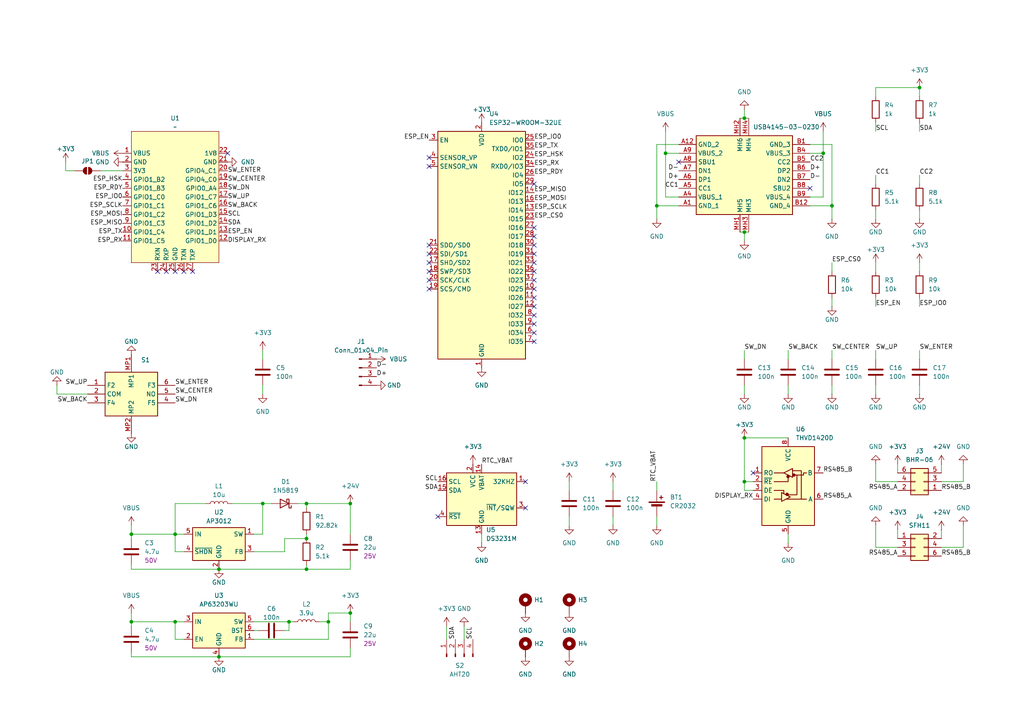
<source format=kicad_sch>
(kicad_sch (version 20231120) (generator "eeschema") (generator_version "8.0")
  (paper "A4")
  (lib_symbols
    (symbol "Connector:Conn_01x04_Pin" (pin_names (offset 1.016) hide)
      (property "Reference" "J" (at 0 5.08 0))
      (property "Value" "Conn_01x04_Pin" (at 0 -7.62 0))
      (symbol "Conn_01x04_Pin_1_1"
        (pin passive line (at 5.08 2.54 180) (length 3.81) (name "Pin_1") (number "1"))
        (pin passive line (at 5.08 0 180) (length 3.81) (name "Pin_2") (number "2"))
        (pin passive line (at 5.08 -2.54 180) (length 3.81) (name "Pin_3") (number "3"))
        (pin passive line (at 5.08 -5.08 180) (length 3.81) (name "Pin_4") (number "4"))
      )
    )
    (symbol "Connector_Generic:Conn_02x03_Odd_Even" (pin_names (offset 1.016) hide)
      (property "Reference" "J" (at 1.27 5.08 0))
      (property "Value" "Conn_02x03_Odd_Even" (at 1.27 -5.08 0))
      (symbol "Conn_02x03_Odd_Even_1_1"
        (pin passive line (at -5.08 2.54 0) (length 3.81) (name "Pin_1") (number "1"))
        (pin passive line (at 7.62 2.54 180) (length 3.81) (name "Pin_2") (number "2"))
        (pin passive line (at -5.08 0 0) (length 3.81) (name "Pin_3") (number "3"))
        (pin passive line (at 7.62 0 180) (length 3.81) (name "Pin_4") (number "4"))
        (pin passive line (at -5.08 -2.54 0) (length 3.81) (name "Pin_5") (number "5"))
        (pin passive line (at 7.62 -2.54 180) (length 3.81) (name "Pin_6") (number "6"))
      )
    )
    (symbol "Device:Battery_Cell" (pin_numbers hide) (pin_names (offset 0) hide)
      (property "Reference" "BT" (at 2.54 2.54 0))
      (property "Value" "Battery_Cell" (at 2.54 0 0))
      (symbol "Battery_Cell_1_1"
        (pin passive line (at 0 5.08 270) (length 2.54) (name "+") (number "1"))
        (pin passive line (at 0 -2.54 90) (length 2.54) (name "-") (number "2"))
      )
    )
    (symbol "Device:C" (pin_numbers hide) (pin_names (offset 0.254))
      (property "Reference" "C" (at 0.635 2.54 0))
      (property "Value" "C" (at 0.635 -2.54 0))
      (symbol "C_1_1"
        (pin passive line (at 0 3.81 270) (length 2.794) (name "~") (number "1"))
        (pin passive line (at 0 -3.81 90) (length 2.794) (name "~") (number "2"))
      )
    )
    (symbol "Device:L" (pin_numbers hide) (pin_names (offset 1.016) hide)
      (property "Reference" "L" (at -1.27 0 90))
      (property "Value" "L" (at 1.905 0 90))
      (symbol "L_1_1"
        (pin passive line (at 0 3.81 270) (length 1.27) (name "1") (number "1"))
        (pin passive line (at 0 -3.81 90) (length 1.27) (name "2") (number "2"))
      )
    )
    (symbol "Device:R" (pin_numbers hide) (pin_names (offset 0))
      (property "Reference" "R" (at 2.032 0 90))
      (property "Value" "R" (at 0 0 90))
      (symbol "R_1_1"
        (pin passive line (at 0 3.81 270) (length 1.27) (name "~") (number "1"))
        (pin passive line (at 0 -3.81 90) (length 1.27) (name "~") (number "2"))
      )
    )
    (symbol "Diode:1N5819" (pin_numbers hide) (pin_names (offset 1.016) hide)
      (property "Reference" "D" (at 0 2.54 0))
      (property "Value" "1N5819" (at 0 -2.54 0))
      (symbol "1N5819_1_1"
        (pin passive line (at -3.81 0 0) (length 2.54) (name "K") (number "1"))
        (pin passive line (at 3.81 0 180) (length 2.54) (name "A") (number "2"))
      )
    )
    (symbol "Interface_UART:THVD1420D"
      (property "Reference" "U" (at -6.096 11.43 0))
      (property "Value" "THVD1420D" (at 0.762 11.43 0))
      (symbol "THVD1420D_1_1"
        (pin output line (at -10.16 2.54 0) (length 2.54) (name "RO") (number "1"))
        (pin input line (at -10.16 0 0) (length 2.54) (name "~{RE}") (number "2"))
        (pin input line (at -10.16 -2.54 0) (length 2.54) (name "DE") (number "3"))
        (pin input line (at -10.16 -5.08 0) (length 2.54) (name "DI") (number "4"))
        (pin power_in line (at 0 -15.24 90) (length 2.54) (name "GND") (number "5"))
        (pin bidirectional line (at 10.16 -5.08 180) (length 2.54) (name "A") (number "6"))
        (pin bidirectional line (at 10.16 2.54 180) (length 2.54) (name "B") (number "7"))
        (pin power_in line (at 0 12.7 270) (length 2.54) (name "VCC") (number "8"))
      )
    )
    (symbol "Jumper:SolderJumper_2_Open" (pin_numbers hide) (pin_names (offset 0) hide) (exclude_from_sim yes) (in_bom no)
      (property "Reference" "JP" (at 0 2.032 0))
      (property "Value" "SolderJumper_2_Open" (at 0 -2.54 0))
      (symbol "SolderJumper_2_Open_1_1"
        (pin passive line (at -3.81 0 0) (length 2.54) (name "A") (number "1"))
        (pin passive line (at 3.81 0 180) (length 2.54) (name "B") (number "2"))
      )
    )
    (symbol "Luckfox:Pico_Mini"
      (property "Reference" "U" (at 0 25.146 0))
      (symbol "Pico_Mini_1_1"
        (pin output line (at -15.24 12.7 0) (length 2.54) (name "VBUS") (number "1"))
        (pin bidirectional line (at -15.24 -10.16 0) (length 2.54) (name "GPIO1_C4") (number "10"))
        (pin bidirectional line (at -15.24 -12.7 0) (length 2.54) (name "GPIO1_C5") (number "11"))
        (pin bidirectional line (at 15.24 -12.7 180) (length 2.54) (name "GPIO1_D0") (number "12"))
        (pin bidirectional line (at 15.24 -10.16 180) (length 2.54) (name "GPIO1_D1") (number "13"))
        (pin bidirectional line (at 15.24 -7.62 180) (length 2.54) (name "GPIO1_D2") (number "14"))
        (pin bidirectional line (at 15.24 -5.08 180) (length 2.54) (name "GPIO1_D3") (number "15"))
        (pin bidirectional line (at 15.24 -2.54 180) (length 2.54) (name "GPIO1_C6") (number "16"))
        (pin bidirectional line (at 15.24 0 180) (length 2.54) (name "GPIO1_C7") (number "17"))
        (pin bidirectional line (at 15.24 2.54 180) (length 2.54) (name "GPIO0_A4") (number "18"))
        (pin bidirectional line (at 15.24 5.08 180) (length 2.54) (name "GPIO4_C0") (number "19"))
        (pin output line (at -15.24 10.16 0) (length 2.54) (name "GND") (number "2"))
        (pin bidirectional line (at 15.24 7.62 180) (length 2.54) (name "GPIO4_C1") (number "20"))
        (pin output line (at 15.24 10.16 180) (length 2.54) (name "GND") (number "21"))
        (pin output line (at 15.24 12.7 180) (length 2.54) (name "1V8") (number "22"))
        (pin output line (at -5.08 -21.59 90) (length 2.54) (name "RXN") (number "23"))
        (pin output line (at -2.54 -21.59 90) (length 2.54) (name "RXP") (number "24"))
        (pin output line (at 0 -21.59 90) (length 2.54) (name "GND") (number "25"))
        (pin output line (at 2.54 -21.59 90) (length 2.54) (name "TXN") (number "26"))
        (pin output line (at 5.08 -21.59 90) (length 2.54) (name "TXP") (number "27"))
        (pin output line (at -15.24 7.62 0) (length 2.54) (name "3V3") (number "3"))
        (pin bidirectional line (at -15.24 5.08 0) (length 2.54) (name "GPIO1_B2") (number "4"))
        (pin bidirectional line (at -15.24 2.54 0) (length 2.54) (name "GPIO1_B3") (number "5"))
        (pin bidirectional line (at -15.24 0 0) (length 2.54) (name "GPIO1_C0") (number "6"))
        (pin bidirectional line (at -15.24 -2.54 0) (length 2.54) (name "GPIO1_C1") (number "7"))
        (pin bidirectional line (at -15.24 -5.08 0) (length 2.54) (name "GPIO1_C2") (number "8"))
        (pin bidirectional line (at -15.24 -7.62 0) (length 2.54) (name "GPIO1_C3") (number "9"))
      )
    )
    (symbol "Mechanical:MountingHole_Pad" (pin_numbers hide) (pin_names (offset 1.016) hide)
      (property "Reference" "H" (at 0 6.35 0))
      (property "Value" "MountingHole_Pad" (at 0 4.445 0))
      (symbol "MountingHole_Pad_1_1"
        (pin input line (at 0 -2.54 90) (length 2.54) (name "1") (number "1"))
      )
    )
    (symbol "Nav Switch:TS12-74-60-BK-250-SMT-TR"
      (property "Reference" "S" (at 8.89 17.78 0))
      (property "Value" "TS12-74-70-BK-250-SMT-TR" (at 8.89 15.24 0))
      (symbol "TS12-74-60-BK-250-SMT-TR_1_1"
        (pin passive line (at -12.7 2.54 0) (length 5.08) (name "F2") (number "1"))
        (pin passive line (at -12.7 0 0) (length 5.08) (name "COM") (number "2"))
        (pin passive line (at -12.7 -2.54 0) (length 5.08) (name "F4") (number "3"))
        (pin passive line (at 12.7 -2.54 180) (length 5.08) (name "F5") (number "4"))
        (pin passive line (at 12.7 0 180) (length 5.08) (name "NO") (number "5"))
        (pin passive line (at 12.7 2.54 180) (length 5.08) (name "F3") (number "6"))
        (pin passive line (at 0 11.43 270) (length 5.08) (name "MP1") (number "MP1"))
        (pin passive line (at 0 -11.43 90) (length 5.08) (name "MP2") (number "MP2"))
      )
    )
    (symbol "RF_Module:ESP32-WROOM-32U"
      (property "Reference" "U" (at -12.7 34.29 0))
      (property "Value" "ESP32-WROOM-32U" (at 1.27 34.29 0))
      (symbol "ESP32-WROOM-32U_1_1"
        (pin power_in line (at 0 -35.56 90) (length 2.54) (name "GND") (number "1"))
        (pin bidirectional line (at 15.24 -12.7 180) (length 2.54) (name "IO25") (number "10"))
        (pin bidirectional line (at 15.24 -15.24 180) (length 2.54) (name "IO26") (number "11"))
        (pin bidirectional line (at 15.24 -17.78 180) (length 2.54) (name "IO27") (number "12"))
        (pin bidirectional line (at 15.24 10.16 180) (length 2.54) (name "IO14") (number "13"))
        (pin bidirectional line (at 15.24 15.24 180) (length 2.54) (name "IO12") (number "14"))
        (pin passive line (at 0 -35.56 90) (length 2.54) hide (name "GND") (number "15"))
        (pin bidirectional line (at 15.24 12.7 180) (length 2.54) (name "IO13") (number "16"))
        (pin bidirectional line (at -15.24 -5.08 0) (length 2.54) (name "SHD/SD2") (number "17"))
        (pin bidirectional line (at -15.24 -7.62 0) (length 2.54) (name "SWP/SD3") (number "18"))
        (pin bidirectional line (at -15.24 -12.7 0) (length 2.54) (name "SCS/CMD") (number "19"))
        (pin power_in line (at 0 35.56 270) (length 2.54) (name "VDD") (number "2"))
        (pin bidirectional line (at -15.24 -10.16 0) (length 2.54) (name "SCK/CLK") (number "20"))
        (pin bidirectional line (at -15.24 0 0) (length 2.54) (name "SDO/SD0") (number "21"))
        (pin bidirectional line (at -15.24 -2.54 0) (length 2.54) (name "SDI/SD1") (number "22"))
        (pin bidirectional line (at 15.24 7.62 180) (length 2.54) (name "IO15") (number "23"))
        (pin bidirectional line (at 15.24 25.4 180) (length 2.54) (name "IO2") (number "24"))
        (pin bidirectional line (at 15.24 30.48 180) (length 2.54) (name "IO0") (number "25"))
        (pin bidirectional line (at 15.24 20.32 180) (length 2.54) (name "IO4") (number "26"))
        (pin bidirectional line (at 15.24 5.08 180) (length 2.54) (name "IO16") (number "27"))
        (pin bidirectional line (at 15.24 2.54 180) (length 2.54) (name "IO17") (number "28"))
        (pin bidirectional line (at 15.24 17.78 180) (length 2.54) (name "IO5") (number "29"))
        (pin input line (at -15.24 30.48 0) (length 2.54) (name "EN") (number "3"))
        (pin bidirectional line (at 15.24 0 180) (length 2.54) (name "IO18") (number "30"))
        (pin bidirectional line (at 15.24 -2.54 180) (length 2.54) (name "IO19") (number "31"))
        (pin no_connect line (at -12.7 -27.94 0) (length 2.54) hide (name "NC") (number "32"))
        (pin bidirectional line (at 15.24 -5.08 180) (length 2.54) (name "IO21") (number "33"))
        (pin bidirectional line (at 15.24 22.86 180) (length 2.54) (name "RXD0/IO3") (number "34"))
        (pin bidirectional line (at 15.24 27.94 180) (length 2.54) (name "TXD0/IO1") (number "35"))
        (pin bidirectional line (at 15.24 -7.62 180) (length 2.54) (name "IO22") (number "36"))
        (pin bidirectional line (at 15.24 -10.16 180) (length 2.54) (name "IO23") (number "37"))
        (pin passive line (at 0 -35.56 90) (length 2.54) hide (name "GND") (number "38"))
        (pin passive line (at 0 -35.56 90) (length 2.54) hide (name "GND") (number "39"))
        (pin input line (at -15.24 25.4 0) (length 2.54) (name "SENSOR_VP") (number "4"))
        (pin input line (at -15.24 22.86 0) (length 2.54) (name "SENSOR_VN") (number "5"))
        (pin input line (at 15.24 -25.4 180) (length 2.54) (name "IO34") (number "6"))
        (pin input line (at 15.24 -27.94 180) (length 2.54) (name "IO35") (number "7"))
        (pin bidirectional line (at 15.24 -20.32 180) (length 2.54) (name "IO32") (number "8"))
        (pin bidirectional line (at 15.24 -22.86 180) (length 2.54) (name "IO33") (number "9"))
      )
    )
    (symbol "Regulator_Switching:AP3012"
      (property "Reference" "U" (at -7.62 5.715 0))
      (property "Value" "AP3012" (at 0 5.715 0))
      (symbol "AP3012_1_1"
        (pin passive line (at 10.16 2.54 180) (length 2.54) (name "SW") (number "1"))
        (pin power_in line (at 0 -7.62 90) (length 2.54) (name "GND") (number "2"))
        (pin input line (at 10.16 -2.54 180) (length 2.54) (name "FB") (number "3"))
        (pin input line (at -10.16 -2.54 0) (length 2.54) (name "~{SHDN}") (number "4"))
        (pin power_in line (at -10.16 2.54 0) (length 2.54) (name "IN") (number "5"))
      )
    )
    (symbol "Regulator_Switching:AP63203WU"
      (property "Reference" "U" (at -7.62 6.35 0))
      (property "Value" "AP63203WU" (at 2.54 6.35 0))
      (symbol "AP63203WU_1_1"
        (pin input line (at 10.16 -2.54 180) (length 2.54) (name "FB") (number "1"))
        (pin input line (at -10.16 -2.54 0) (length 2.54) (name "EN") (number "2"))
        (pin power_in line (at -10.16 2.54 0) (length 2.54) (name "IN") (number "3"))
        (pin power_in line (at 0 -7.62 90) (length 2.54) (name "GND") (number "4"))
        (pin output line (at 10.16 2.54 180) (length 2.54) (name "SW") (number "5"))
        (pin passive line (at 10.16 0 180) (length 2.54) (name "BST") (number "6"))
      )
    )
    (symbol "Timer_RTC:DS3231M"
      (property "Reference" "U" (at -7.62 8.89 0))
      (property "Value" "DS3231M" (at 10.16 8.89 0))
      (symbol "DS3231M_1_1"
        (pin open_collector line (at 12.7 5.08 180) (length 2.54) (name "32KHZ") (number "1"))
        (pin passive line (at 0 -10.16 90) (length 2.54) hide (name "GND") (number "10"))
        (pin passive line (at 0 -10.16 90) (length 2.54) hide (name "GND") (number "11"))
        (pin passive line (at 0 -10.16 90) (length 2.54) hide (name "GND") (number "12"))
        (pin power_in line (at 0 -10.16 90) (length 2.54) (name "GND") (number "13"))
        (pin power_in line (at 0 10.16 270) (length 2.54) (name "VBAT") (number "14"))
        (pin bidirectional line (at -12.7 2.54 0) (length 2.54) (name "SDA") (number "15"))
        (pin input line (at -12.7 5.08 0) (length 2.54) (name "SCL") (number "16"))
        (pin power_in line (at -2.54 10.16 270) (length 2.54) (name "VCC") (number "2"))
        (pin open_collector line (at 12.7 -2.54 180) (length 2.54) (name "~{INT}/SQW") (number "3"))
        (pin bidirectional line (at -12.7 -5.08 0) (length 2.54) (name "~{RST}") (number "4"))
        (pin passive line (at 0 -10.16 90) (length 2.54) hide (name "GND") (number "5"))
        (pin passive line (at 0 -10.16 90) (length 2.54) hide (name "GND") (number "6"))
        (pin passive line (at 0 -10.16 90) (length 2.54) hide (name "GND") (number "7"))
        (pin passive line (at 0 -10.16 90) (length 2.54) hide (name "GND") (number "8"))
        (pin passive line (at 0 -10.16 90) (length 2.54) hide (name "GND") (number "9"))
      )
    )
    (symbol "USB_4145:USB4145-03-0230-C"
      (property "Reference" "J" (at 29.21 17.78 0))
      (property "Value" "USB4145-03-0230-C" (at 29.21 15.24 0))
      (symbol "USB4145-03-0230-C_1_1"
        (pin passive line (at 7.62 17.78 270) (length 5.08) (name "GND_1") (number "A1"))
        (pin passive line (at 25.4 17.78 270) (length 5.08) (name "GND_2") (number "A12"))
        (pin passive line (at 10.16 17.78 270) (length 5.08) (name "VBUS_1") (number "A4"))
        (pin passive line (at 12.7 17.78 270) (length 5.08) (name "CC1") (number "A5"))
        (pin passive line (at 15.24 17.78 270) (length 5.08) (name "DP1") (number "A6"))
        (pin passive line (at 17.78 17.78 270) (length 5.08) (name "DN1") (number "A7"))
        (pin passive line (at 20.32 17.78 270) (length 5.08) (name "SBU1") (number "A8"))
        (pin passive line (at 22.86 17.78 270) (length 5.08) (name "VBUS_2") (number "A9"))
        (pin passive line (at 25.4 -20.32 90) (length 5.08) (name "GND_3") (number "B1"))
        (pin passive line (at 7.62 -20.32 90) (length 5.08) (name "GND_4") (number "B12"))
        (pin passive line (at 22.86 -20.32 90) (length 5.08) (name "VBUS_3") (number "B4"))
        (pin passive line (at 20.32 -20.32 90) (length 5.08) (name "CC2") (number "B5"))
        (pin passive line (at 17.78 -20.32 90) (length 5.08) (name "DP2") (number "B6"))
        (pin passive line (at 15.24 -20.32 90) (length 5.08) (name "DN2") (number "B7"))
        (pin passive line (at 12.7 -20.32 90) (length 5.08) (name "SBU2") (number "B8"))
        (pin passive line (at 10.16 -20.32 90) (length 5.08) (name "VBUS_4") (number "B9"))
        (pin passive line (at 0 0 0) (length 5.08) (name "MH5") (number "MH1"))
        (pin passive line (at 33.02 0 180) (length 5.08) (name "MH6") (number "MH2"))
        (pin passive line (at 0 -2.54 0) (length 5.08) (name "MH3") (number "MH3"))
        (pin passive line (at 33.02 -2.54 180) (length 5.08) (name "MH4") (number "MH4"))
      )
    )
    (symbol "power:+24V" (power) (pin_numbers hide) (pin_names (offset 0) hide)
      (property "Value" "+24V" (at 0 3.556 0))
      (symbol "+24V_1_1"
        (pin power_in line (at 0 0 90) (length 0) (name "~") (number "1"))
      )
    )
    (symbol "power:+3V3" (power) (pin_names (offset 0))
      (property "Value" "+3V3" (at 0 3.556 0))
      (symbol "+3V3_1_1"
        (pin power_in line (at 0 0 90) (length 0) hide (name "+3V3") (number "1"))
      )
    )
    (symbol "power:GND" (power) (pin_numbers hide) (pin_names (offset 0) hide)
      (property "Value" "GND" (at 0 -3.81 0))
      (symbol "GND_1_1"
        (pin power_in line (at 0 0 270) (length 0) (name "~") (number "1"))
      )
    )
    (symbol "power:VBUS" (power) (pin_names (offset 0))
      (property "Value" "VBUS" (at 0 3.81 0))
      (symbol "VBUS_1_1"
        (pin power_in line (at 0 0 90) (length 0) hide (name "VBUS") (number "1"))
      )
    )
  )
  (junction (at 88.9 156.21))
  (junction (at 38.1 154.94))
  (junction (at 63.5 165.1))
  (junction (at 215.9 127))
  (junction (at 88.9 146.05))
  (junction (at 215.9 67.31))
  (junction (at 63.5 190.5))
  (junction (at 76.2 146.05))
  (junction (at 83.82 180.34))
  (junction (at 50.8 180.34))
  (junction (at 238.76 44.45))
  (junction (at 101.6 177.8))
  (junction (at 193.04 44.45))
  (junction (at 38.1 180.34))
  (junction (at 101.6 146.05))
  (junction (at 50.8 154.94))
  (junction (at 190.5 59.69))
  (junction (at 95.25 180.34))
  (junction (at 215.9 34.29))
  (junction (at 266.7 25.4))
  (junction (at 241.3 59.69))
  (junction (at 215.9 139.7))
  (junction (at 88.9 165.1))
  (no_connect (at 234.95 54.61))
  (no_connect (at 154.94 86.36))
  (no_connect (at 154.94 71.12))
  (no_connect (at 154.94 66.04))
  (no_connect (at 45.72 78.74))
  (no_connect (at 154.94 81.28))
  (no_connect (at 127 149.86))
  (no_connect (at 124.46 78.74))
  (no_connect (at 50.8 78.74))
  (no_connect (at 154.94 96.52))
  (no_connect (at 152.4 147.32))
  (no_connect (at 154.94 53.34))
  (no_connect (at 124.46 45.72))
  (no_connect (at 55.88 78.74))
  (no_connect (at 53.34 78.74))
  (no_connect (at 152.4 139.7))
  (no_connect (at 124.46 81.28))
  (no_connect (at 154.94 88.9))
  (no_connect (at 154.94 68.58))
  (no_connect (at 154.94 91.44))
  (no_connect (at 154.94 83.82))
  (no_connect (at 124.46 71.12))
  (no_connect (at 124.46 83.82))
  (no_connect (at 218.44 137.16))
  (no_connect (at 124.46 48.26))
  (no_connect (at 124.46 76.2))
  (no_connect (at 154.94 73.66))
  (no_connect (at 154.94 78.74))
  (no_connect (at 196.85 46.99))
  (no_connect (at 154.94 99.06))
  (no_connect (at 154.94 76.2))
  (no_connect (at 48.26 78.74))
  (no_connect (at 66.04 44.45))
  (no_connect (at 154.94 93.98))
  (no_connect (at 124.46 73.66))
  (wire (pts (xy 190.5 152.4) (xy 190.5 149.86)))
  (wire (pts (xy 254 139.7) (xy 260.35 139.7)))
  (wire (pts (xy 95.25 177.8) (xy 101.6 177.8)))
  (wire (pts (xy 38.1 163.83) (xy 38.1 165.1)))
  (wire (pts (xy 88.9 146.05) (xy 88.9 147.32)))
  (wire (pts (xy 266.7 78.74) (xy 266.7 76.2)))
  (wire (pts (xy 177.8 139.7) (xy 177.8 142.24)))
  (wire (pts (xy 215.9 67.31) (xy 215.9 69.85)))
  (wire (pts (xy 101.6 165.1) (xy 101.6 162.56)))
  (wire (pts (xy 73.66 160.02) (xy 82.55 160.02)))
  (wire (pts (xy 254 134.62) (xy 254 139.7)))
  (wire (pts (xy 165.1 139.7) (xy 165.1 142.24)))
  (wire (pts (xy 254 101.6) (xy 254 104.14)))
  (wire (pts (xy 38.1 156.21) (xy 38.1 154.94)))
  (wire (pts (xy 88.9 163.83) (xy 88.9 165.1)))
  (wire (pts (xy 19.05 49.53) (xy 21.59 49.53)))
  (wire (pts (xy 260.35 153.67) (xy 260.35 156.21)))
  (wire (pts (xy 254 50.8) (xy 254 53.34)))
  (wire (pts (xy 38.1 180.34) (xy 50.8 180.34)))
  (wire (pts (xy 254 86.36) (xy 254 88.9)))
  (wire (pts (xy 101.6 146.05) (xy 101.6 154.94)))
  (wire (pts (xy 266.7 101.6) (xy 266.7 104.14)))
  (wire (pts (xy 193.04 44.45) (xy 196.85 44.45)))
  (wire (pts (xy 215.9 139.7) (xy 215.9 127)))
  (wire (pts (xy 279.4 152.4) (xy 279.4 158.75)))
  (wire (pts (xy 139.7 154.94) (xy 139.7 157.48)))
  (wire (pts (xy 95.25 180.34) (xy 95.25 185.42)))
  (wire (pts (xy 193.04 44.45) (xy 193.04 57.15)))
  (wire (pts (xy 215.9 142.24) (xy 218.44 142.24)))
  (wire (pts (xy 50.8 160.02) (xy 53.34 160.02)))
  (wire (pts (xy 165.1 152.4) (xy 165.1 149.86)))
  (wire (pts (xy 241.3 114.3) (xy 241.3 111.76)))
  (wire (pts (xy 50.8 180.34) (xy 50.8 185.42)))
  (wire (pts (xy 190.5 139.7) (xy 190.5 142.24)))
  (wire (pts (xy 83.82 182.88) (xy 82.55 182.88)))
  (wire (pts (xy 38.1 154.94) (xy 50.8 154.94)))
  (wire (pts (xy 215.9 127) (xy 228.6 127)))
  (wire (pts (xy 50.8 154.94) (xy 50.8 146.05)))
  (wire (pts (xy 254 25.4) (xy 266.7 25.4)))
  (wire (pts (xy 254 38.1) (xy 254 35.56)))
  (wire (pts (xy 38.1 181.61) (xy 38.1 180.34)))
  (wire (pts (xy 83.82 180.34) (xy 85.09 180.34)))
  (wire (pts (xy 95.25 185.42) (xy 73.66 185.42)))
  (wire (pts (xy 73.66 182.88) (xy 74.93 182.88)))
  (wire (pts (xy 38.1 152.4) (xy 38.1 154.94)))
  (wire (pts (xy 83.82 180.34) (xy 83.82 182.88)))
  (wire (pts (xy 215.9 67.31) (xy 217.17 67.31)))
  (wire (pts (xy 38.1 165.1) (xy 63.5 165.1)))
  (wire (pts (xy 190.5 63.5) (xy 190.5 59.69)))
  (wire (pts (xy 76.2 114.3) (xy 76.2 111.76)))
  (wire (pts (xy 67.31 146.05) (xy 76.2 146.05)))
  (wire (pts (xy 254 78.74) (xy 254 76.2)))
  (wire (pts (xy 266.7 86.36) (xy 266.7 88.9)))
  (wire (pts (xy 241.3 78.74) (xy 241.3 76.2)))
  (wire (pts (xy 238.76 38.1) (xy 238.76 44.45)))
  (wire (pts (xy 88.9 146.05) (xy 101.6 146.05)))
  (wire (pts (xy 193.04 57.15) (xy 196.85 57.15)))
  (wire (pts (xy 228.6 114.3) (xy 228.6 111.76)))
  (wire (pts (xy 260.35 134.62) (xy 260.35 137.16)))
  (wire (pts (xy 50.8 185.42) (xy 53.34 185.42)))
  (wire (pts (xy 73.66 180.34) (xy 83.82 180.34)))
  (wire (pts (xy 279.4 139.7) (xy 273.05 139.7)))
  (wire (pts (xy 241.3 86.36) (xy 241.3 88.9)))
  (wire (pts (xy 279.4 134.62) (xy 279.4 139.7)))
  (wire (pts (xy 29.21 49.53) (xy 35.56 49.53)))
  (wire (pts (xy 228.6 154.94) (xy 228.6 157.48)))
  (wire (pts (xy 19.05 46.99) (xy 19.05 49.53)))
  (wire (pts (xy 254 60.96) (xy 254 63.5)))
  (wire (pts (xy 238.76 44.45) (xy 238.76 57.15)))
  (wire (pts (xy 241.3 63.5) (xy 241.3 59.69)))
  (wire (pts (xy 193.04 38.1) (xy 193.04 44.45)))
  (wire (pts (xy 50.8 146.05) (xy 59.69 146.05)))
  (wire (pts (xy 88.9 165.1) (xy 101.6 165.1)))
  (wire (pts (xy 38.1 189.23) (xy 38.1 190.5)))
  (wire (pts (xy 92.71 180.34) (xy 95.25 180.34)))
  (wire (pts (xy 273.05 137.16) (xy 273.05 134.62)))
  (wire (pts (xy 16.51 114.3) (xy 25.4 114.3)))
  (wire (pts (xy 254 152.4) (xy 254 158.75)))
  (wire (pts (xy 95.25 177.8) (xy 95.25 180.34)))
  (wire (pts (xy 190.5 59.69) (xy 196.85 59.69)))
  (wire (pts (xy 266.7 25.4) (xy 266.7 27.94)))
  (wire (pts (xy 241.3 101.6) (xy 241.3 104.14)))
  (wire (pts (xy 86.36 146.05) (xy 88.9 146.05)))
  (wire (pts (xy 241.3 59.69) (xy 234.95 59.69)))
  (wire (pts (xy 82.55 156.21) (xy 88.9 156.21)))
  (wire (pts (xy 266.7 114.3) (xy 266.7 111.76)))
  (wire (pts (xy 63.5 165.1) (xy 88.9 165.1)))
  (wire (pts (xy 190.5 59.69) (xy 190.5 41.91)))
  (wire (pts (xy 76.2 154.94) (xy 76.2 146.05)))
  (wire (pts (xy 177.8 152.4) (xy 177.8 149.86)))
  (wire (pts (xy 241.3 41.91) (xy 234.95 41.91)))
  (wire (pts (xy 101.6 177.8) (xy 101.6 180.34)))
  (wire (pts (xy 254 158.75) (xy 260.35 158.75)))
  (wire (pts (xy 215.9 142.24) (xy 215.9 139.7)))
  (wire (pts (xy 63.5 190.5) (xy 101.6 190.5)))
  (wire (pts (xy 254 114.3) (xy 254 111.76)))
  (wire (pts (xy 76.2 104.14) (xy 76.2 101.6)))
  (wire (pts (xy 273.05 156.21) (xy 273.05 153.67)))
  (wire (pts (xy 254 25.4) (xy 254 27.94)))
  (wire (pts (xy 266.7 60.96) (xy 266.7 63.5)))
  (wire (pts (xy 279.4 158.75) (xy 273.05 158.75)))
  (wire (pts (xy 88.9 154.94) (xy 88.9 156.21)))
  (wire (pts (xy 38.1 177.8) (xy 38.1 180.34)))
  (wire (pts (xy 238.76 57.15) (xy 234.95 57.15)))
  (wire (pts (xy 214.63 67.31) (xy 215.9 67.31)))
  (wire (pts (xy 101.6 187.96) (xy 101.6 190.5)))
  (wire (pts (xy 50.8 180.34) (xy 53.34 180.34)))
  (wire (pts (xy 82.55 160.02) (xy 82.55 156.21)))
  (wire (pts (xy 50.8 154.94) (xy 53.34 154.94)))
  (wire (pts (xy 16.51 111.76) (xy 16.51 114.3)))
  (wire (pts (xy 73.66 154.94) (xy 76.2 154.94)))
  (wire (pts (xy 38.1 190.5) (xy 63.5 190.5)))
  (wire (pts (xy 76.2 146.05) (xy 78.74 146.05)))
  (wire (pts (xy 215.9 139.7) (xy 218.44 139.7)))
  (wire (pts (xy 129.54 181.61) (xy 129.54 185.42)))
  (wire (pts (xy 215.9 34.29) (xy 217.17 34.29)))
  (wire (pts (xy 228.6 101.6) (xy 228.6 104.14)))
  (wire (pts (xy 50.8 154.94) (xy 50.8 160.02)))
  (wire (pts (xy 134.62 181.61) (xy 134.62 185.42)))
  (wire (pts (xy 241.3 59.69) (xy 241.3 41.91)))
  (wire (pts (xy 215.9 114.3) (xy 215.9 111.76)))
  (wire (pts (xy 215.9 101.6) (xy 215.9 104.14)))
  (wire (pts (xy 266.7 50.8) (xy 266.7 53.34)))
  (wire (pts (xy 238.76 44.45) (xy 234.95 44.45)))
  (wire (pts (xy 215.9 31.75) (xy 215.9 34.29)))
  (wire (pts (xy 214.63 34.29) (xy 215.9 34.29)))
  (wire (pts (xy 266.7 38.1) (xy 266.7 35.56)))
  (wire (pts (xy 190.5 41.91) (xy 196.85 41.91)))
  (label "ESP_MISO" (at 154.94 55.88 0))
  (label "ESP_HSK" (at 35.56 52.07 180))
  (label "SW_UP" (at 66.04 57.15 0))
  (label "ESP_TX" (at 154.94 43.18 0))
  (label "ESP_CS0" (at 154.94 63.5 0))
  (label "SDA" (at 132.08 185.42 90))
  (label "SW_BACK" (at 25.4 116.84 180))
  (label "ESP_IO0" (at 154.94 40.64 0))
  (label "D+" (at 109.22 109.22 0))
  (label "D-" (at 234.95 52.07 0))
  (label "SW_DN" (at 66.04 54.61 0))
  (label "ESP_MOSI" (at 154.94 58.42 0))
  (label "CC1" (at 254 50.8 0))
  (label "ESP_EN" (at 254 88.9 0))
  (label "ESP_HSK" (at 154.94 45.72 0))
  (label "ESP_RX" (at 35.56 69.85 180))
  (label "ESP_RX" (at 154.94 48.26 0))
  (label "SCL" (at 137.16 185.42 90))
  (label "SW_DN" (at 215.9 101.6 0))
  (label "ESP_SCLK" (at 154.94 60.96 0))
  (label "CC2" (at 234.95 46.99 0))
  (label "SW_BACK" (at 66.04 59.69 0))
  (label "ESP_IO0" (at 35.56 57.15 180))
  (label "RS485_A" (at 238.76 144.78 0))
  (label "D-" (at 196.85 49.53 180))
  (label "SDA" (at 266.7 38.1 0))
  (label "ESP_MISO" (at 35.56 64.77 180))
  (label "SW_BACK" (at 228.6 101.6 0))
  (label "ESP_CS0" (at 241.3 76.2 0))
  (label "SCL" (at 66.04 62.23 0))
  (label "RTC_VBAT" (at 139.7 134.62 0))
  (label "SCL" (at 127 139.7 180))
  (label "SW_UP" (at 25.4 111.76 180))
  (label "DISPLAY_RX" (at 218.44 144.78 180))
  (label "SDA" (at 127 142.24 180))
  (label "SW_CENTER" (at 241.3 101.6 0))
  (label "ESP_RDY" (at 154.94 50.8 0))
  (label "ESP_EN" (at 124.46 40.64 180))
  (label "SW_ENTER" (at 50.8 111.76 0))
  (label "ESP_IO0" (at 266.7 88.9 0))
  (label "RS485_B" (at 273.05 161.29 0))
  (label "SW_ENTER" (at 266.7 101.6 0))
  (label "RTC_VBAT" (at 190.5 139.7 90))
  (label "ESP_SCLK" (at 35.56 59.69 180))
  (label "ESP_EN" (at 66.04 67.31 0))
  (label "SW_ENTER" (at 66.04 49.53 0))
  (label "SCL" (at 254 38.1 0))
  (label "SW_UP" (at 254 101.6 0))
  (label "CC2" (at 266.7 50.8 0))
  (label "D+" (at 196.85 52.07 180))
  (label "SDA" (at 66.04 64.77 0))
  (label "ESP_RDY" (at 35.56 54.61 180))
  (label "RS485_A" (at 260.35 142.24 180))
  (label "SW_DN" (at 50.8 116.84 0))
  (label "D+" (at 234.95 49.53 0))
  (label "SW_CENTER" (at 50.8 114.3 0))
  (label "ESP_MOSI" (at 35.56 62.23 180))
  (label "ESP_TX" (at 35.56 67.31 180))
  (label "CC1" (at 196.85 54.61 180))
  (label "RS485_A" (at 260.35 161.29 180))
  (label "RS485_B" (at 273.05 142.24 0))
  (label "D-" (at 109.22 106.68 0))
  (label "RS485_B" (at 238.76 137.16 0))
  (label "SW_CENTER" (at 66.04 52.07 0))
  (label "DISPLAY_RX" (at 66.04 69.85 0))
  (symbol (lib_id "Device:C") (at 101.6 158.75 0) (unit 1)
    (property "Reference" "C8" (at 105.41 156.21 0) (effects (justify left)))
    (property "Value" "22u" (at 105.41 158.75 0) (effects (justify left)))
    (property "Footprint" "Capacitor_SMD:C_0805_2012Metric" (effects (hide yes)))
    (property "Voltage" "25V" (at 105.41 161.29 0) (effects (justify left)))
  )
  (symbol (lib_id "power:VBUS") (at 109.22 104.14 270) (unit 1)
    (property "Reference" "#PWR063" (effects (hide yes)))
    (property "Value" "VBUS" (at 115.57 104.14 90))
  )
  (symbol (lib_id "power:GND") (at 215.9 69.85 0) (unit 1)
    (property "Reference" "#PWR056" (effects (hide yes)))
    (property "Value" "GND" (at 215.9 74.295 0))
  )
  (symbol (lib_id "power:GND") (at 254 152.4 0) (mirror x) (unit 1)
    (property "Reference" "#PWR029" (effects (hide yes)))
    (property "Value" "GND" (at 254 147.32 0))
  )
  (symbol (lib_id "power:+24V") (at 273.05 153.67 0) (unit 1)
    (property "Reference" "#PWR033" (effects (hide yes)))
    (property "Value" "+24V" (at 273.05 148.59 0))
    (property "Description" "Power symbol creates a global label with name \"+24V\"" (effects (hide yes)))
  )
  (symbol (lib_id "power:+24V") (at 273.05 134.62 0) (unit 1)
    (property "Reference" "#PWR032" (effects (hide yes)))
    (property "Value" "+24V" (at 273.05 129.54 0))
    (property "Description" "Power symbol creates a global label with name \"+24V\"" (effects (hide yes)))
  )
  (symbol (lib_id "power:GND") (at 215.9 114.3 0) (unit 1)
    (property "Reference" "#PWR037" (effects (hide yes)))
    (property "Value" "GND" (at 215.9 118.11 0))
  )
  (symbol (lib_id "Device:C") (at 266.7 107.95 0) (unit 1)
    (property "Reference" "C17" (at 270.51 106.68 0) (effects (justify left)))
    (property "Value" "100n" (at 270.51 109.22 0) (effects (justify left)))
    (property "Footprint" "Capacitor_SMD:C_0603_1608Metric" (effects (hide yes)))
  )
  (symbol (lib_id "power:GND") (at 241.3 114.3 0) (unit 1)
    (property "Reference" "#PWR041" (effects (hide yes)))
    (property "Value" "GND" (at 241.3 118.11 0))
  )
  (symbol (lib_id "power:GND") (at 63.5 190.5 0) (unit 1)
    (property "Reference" "#PWR05" (effects (hide yes)))
    (property "Value" "GND" (at 63.5 194.31 0))
  )
  (symbol (lib_id "power:GND") (at 109.22 111.76 90) (unit 1)
    (property "Reference" "#PWR062" (effects (hide yes)))
    (property "Value" "GND" (at 114.3 111.76 90))
  )
  (symbol (lib_id "power:GND") (at 254 134.62 0) (mirror x) (unit 1)
    (property "Reference" "#PWR028" (effects (hide yes)))
    (property "Value" "GND" (at 254 129.54 0))
  )
  (symbol (lib_id "power:GND") (at 139.7 106.68 0) (unit 1)
    (property "Reference" "#PWR047" (effects (hide yes)))
    (property "Value" "GND" (at 139.7 111.76 0))
  )
  (symbol (lib_id "Device:C") (at 78.74 182.88 90) (unit 1)
    (property "Reference" "C6" (at 78.74 176.53 90))
    (property "Value" "100n" (at 78.74 179.07 90))
    (property "Footprint" "Capacitor_SMD:C_0603_1608Metric" (effects (hide yes)))
  )
  (symbol (lib_id "Device:C") (at 38.1 160.02 0) (unit 1)
    (property "Reference" "C3" (at 41.91 157.48 0) (effects (justify left)))
    (property "Value" "4.7u" (at 41.91 160.02 0) (effects (justify left)))
    (property "Footprint" "Capacitor_SMD:C_0805_2012Metric" (effects (hide yes)))
    (property "Voltage" "50V" (at 41.91 162.56 0) (effects (justify left)))
  )
  (symbol (lib_id "Mechanical:MountingHole_Pad") (at 152.4 175.26 0) (unit 1)
    (property "Reference" "H1" (at 154.94 173.99 0) (effects (justify left)))
    (property "Value" "MountingHole_Pad" (effects (hide yes)))
    (property "Footprint" "MountingHole:MountingHole_3.2mm_M3_DIN965_Pad" (effects (hide yes)))
  )
  (symbol (lib_id "power:GND") (at 279.4 134.62 180) (unit 1)
    (property "Reference" "#PWR034" (effects (hide yes)))
    (property "Value" "GND" (at 279.4 129.54 0))
  )
  (symbol (lib_id "power:GND") (at 190.5 63.5 0) (unit 1)
    (property "Reference" "#PWR053" (effects (hide yes)))
    (property "Value" "GND" (at 190.5 68.58 0))
  )
  (symbol (lib_id "Mechanical:MountingHole_Pad") (at 152.4 187.96 0) (unit 1)
    (property "Reference" "H2" (at 154.94 186.69 0) (effects (justify left)))
    (property "Value" "MountingHole_Pad" (effects (hide yes)))
    (property "Footprint" "MountingHole:MountingHole_3.2mm_M3_DIN965_Pad" (effects (hide yes)))
  )
  (symbol (lib_id "power:GND") (at 228.6 157.48 0) (unit 1)
    (property "Reference" "#PWR027" (effects (hide yes)))
    (property "Value" "GND" (at 228.6 162.56 0))
  )
  (symbol (lib_id "Device:Battery_Cell") (at 190.5 147.32 0) (unit 1)
    (property "Reference" "BT1" (at 194.31 144.2085 0) (effects (justify left)))
    (property "Value" "CR2032" (at 194.31 146.7485 0) (effects (justify left)))
    (property "Footprint" "S8411-45:S8411-45" (effects (hide yes)))
  )
  (symbol (lib_id "power:GND") (at 241.3 63.5 0) (mirror y) (unit 1)
    (property "Reference" "#PWR058" (effects (hide yes)))
    (property "Value" "GND" (at 241.3 68.58 0))
  )
  (symbol (lib_id "Device:R") (at 254 31.75 0) (unit 1)
    (property "Reference" "R4" (at 256.54 30.48 0) (effects (justify left)))
    (property "Value" "1k" (at 256.54 33.02 0) (effects (justify left)))
    (property "Footprint" "Resistor_SMD:R_0603_1608Metric" (effects (hide yes)))
  )
  (symbol (lib_id "Device:C") (at 101.6 184.15 0) (unit 1)
    (property "Reference" "C9" (at 105.41 181.61 0) (effects (justify left)))
    (property "Value" "22u" (at 105.41 184.15 0) (effects (justify left)))
    (property "Footprint" "Capacitor_SMD:C_0805_2012Metric" (effects (hide yes)))
    (property "Voltage" "25V" (at 105.41 186.69 0) (effects (justify left)))
  )
  (symbol (lib_id "Device:R") (at 254 82.55 0) (unit 1)
    (property "Reference" "R3" (at 256.54 81.28 0) (effects (justify left)))
    (property "Value" "10k" (at 256.54 83.82 0) (effects (justify left)))
    (property "Footprint" "Resistor_SMD:R_0603_1608Metric" (effects (hide yes)))
  )
  (symbol (lib_id "power:+3V3") (at 266.7 76.2 0) (unit 1)
    (property "Reference" "#PWR03" (effects (hide yes)))
    (property "Value" "+3V3" (at 266.7 71.12 0))
  )
  (symbol (lib_id "Device:C") (at 76.2 107.95 0) (unit 1)
    (property "Reference" "C5" (at 80.01 106.68 0) (effects (justify left)))
    (property "Value" "100n" (at 80.01 109.22 0) (effects (justify left)))
    (property "Footprint" "Capacitor_SMD:C_0603_1608Metric" (effects (hide yes)))
  )
  (symbol (lib_id "Device:C") (at 241.3 107.95 0) (unit 1)
    (property "Reference" "C15" (at 245.11 106.68 0) (effects (justify left)))
    (property "Value" "100n" (at 245.11 109.22 0) (effects (justify left)))
    (property "Footprint" "Capacitor_SMD:C_0603_1608Metric" (effects (hide yes)))
  )
  (symbol (lib_id "Connector_Generic:Conn_02x03_Odd_Even") (at 267.97 139.7 180) (unit 1)
    (property "Reference" "J3" (at 266.7 130.81 0))
    (property "Value" "BHR-06" (at 266.7 133.35 0))
    (property "Footprint" "Connector_PinHeader_2.54mm:PinHeader_2x03_P2.54mm_Horizontal" (effects (hide yes)))
    (property "Full value" "BHR-06-HUA" (effects (hide yes)))
  )
  (symbol (lib_id "power:+3V3") (at 139.7 35.56 0) (unit 1)
    (property "Reference" "#PWR046" (effects (hide yes)))
    (property "Value" "+3V3" (at 139.7 31.75 0))
  )
  (symbol (lib_id "power:GND") (at 215.9 31.75 180) (unit 1)
    (property "Reference" "#PWR055" (effects (hide yes)))
    (property "Value" "GND" (at 215.9 26.67 0))
  )
  (symbol (lib_id "Device:C") (at 38.1 185.42 0) (unit 1)
    (property "Reference" "C4" (at 41.91 182.88 0) (effects (justify left)))
    (property "Value" "4.7u" (at 41.91 185.42 0) (effects (justify left)))
    (property "Footprint" "Capacitor_SMD:C_0805_2012Metric" (effects (hide yes)))
    (property "Voltage" "50V" (at 41.91 187.96 0) (effects (justify left)))
  )
  (symbol (lib_id "power:GND") (at 139.7 157.48 0) (unit 1)
    (property "Reference" "#PWR021" (effects (hide yes)))
    (property "Value" "GND" (at 139.7 162.56 0))
  )
  (symbol (lib_id "power:GND") (at 254 63.5 0) (unit 1)
    (property "Reference" "#PWR059" (effects (hide yes)))
    (property "Value" "GND" (at 254 67.31 0))
  )
  (symbol (lib_id "USB_4145:USB4145-03-0230-C") (at 214.63 67.31 90) (unit 1)
    (property "Reference" "J2" (effects (hide yes)))
    (property "Value" "USB4145-03-0230" (at 218.44 36.83 90) (effects (justify right)))
    (property "Footprint" "USB_4145:USB4145030230C" (effects (hide yes)))
    (property "Datasheet" "https://gct.co/newark/connector/USB4145" (effects (hide yes)))
    (property "Height" "7.66" (effects (hide yes)))
    (property "Mouser Part Number" "640-USB4145-3-0230-C" (effects (hide yes)))
    (property "Mouser Price/Stock" "https://www.mouser.co.uk/ProductDetail/GCT/USB4145-03-0230-C?qs=vvQtp7zwQdObw3D6iVsXIA%3D%3D" (effects (hide yes)))
    (property "Manufacturer_Name" "GCT (GLOBAL CONNECTOR TECHNOLOGY)" (effects (hide yes)))
    (property "Manufacturer_Part_Number" "USB4145-03-0230-C" (effects (hide yes)))
  )
  (symbol (lib_id "power:GND") (at 177.8 152.4 0) (unit 1)
    (property "Reference" "#PWR025" (effects (hide yes)))
    (property "Value" "GND" (at 177.8 157.48 0))
  )
  (symbol (lib_id "power:+24V") (at 101.6 146.05 0) (unit 1)
    (property "Reference" "#PWR015" (effects (hide yes)))
    (property "Value" "+24V" (at 101.6 140.97 0))
    (property "Description" "Power symbol creates a global label with name \"+24V\"" (effects (hide yes)))
  )
  (symbol (lib_id "power:VBUS") (at 238.76 38.1 0) (mirror y) (unit 1)
    (property "Reference" "#PWR057" (effects (hide yes)))
    (property "Value" "VBUS" (at 238.76 33.02 0))
  )
  (symbol (lib_id "Device:L") (at 63.5 146.05 90) (unit 1)
    (property "Reference" "L1" (at 63.5 140.97 90))
    (property "Value" "10u" (at 63.5 143.51 90))
    (property "Footprint" "Inductor_SMD:L_Bourns-SRN6028" (effects (hide yes)))
  )
  (symbol (lib_id "Device:R") (at 266.7 31.75 0) (unit 1)
    (property "Reference" "R7" (at 269.24 30.48 0) (effects (justify left)))
    (property "Value" "1k" (at 269.24 33.02 0) (effects (justify left)))
    (property "Footprint" "Resistor_SMD:R_0603_1608Metric" (effects (hide yes)))
  )
  (symbol (lib_id "Nav Switch:TS12-74-60-BK-250-SMT-TR") (at 38.1 114.3 0) (unit 1)
    (property "Reference" "S1" (at 40.894 104.394 0) (effects (justify left)))
    (property "Value" "TS12-74-70-BK-250-SMT-TR" (effects (hide yes)))
    (property "Footprint" "TS12-74-60-BK-250-SMT-TR:TS127460BK250SMTTR" (effects (hide yes)))
    (property "Datasheet" "https://www.cuidevices.com/product/resource/pdf/ts12.pdf" (effects (hide yes)))
    (property "Description" "7.4 x 7.4 mm, 5~7 mm Actuator Height, 160~260 gf, Surface Mount, TR, SPST, Tactile Switch" (effects (hide yes)))
    (property "Height" "6.2" (effects (hide yes)))
    (property "Mouser Part Number" "179-TS127460250SMTTR" (effects (hide yes)))
    (property "Mouser Price/Stock" "https://www.mouser.co.uk/ProductDetail/CUI-Devices/TS12-74-60-BK-250-SMT-TR?qs=t7xnP681wgUg8sqSaOIQFQ%3D%3D" (effects (hide yes)))
    (property "Manufacturer_Name" "CUI Devices" (effects (hide yes)))
    (property "Manufacturer_Part_Number" "TS12-74-60-BK-250-SMT-TR" (effects (hide yes)))
  )
  (symbol (lib_id "power:+3V3") (at 260.35 134.62 0) (unit 1)
    (property "Reference" "#PWR030" (effects (hide yes)))
    (property "Value" "+3V3" (at 260.35 129.54 0))
  )
  (symbol (lib_id "power:+3V3") (at 101.6 177.8 0) (unit 1)
    (property "Reference" "#PWR06" (effects (hide yes)))
    (property "Value" "+3V3" (at 101.6 172.72 0))
  )
  (symbol (lib_id "power:GND") (at 266.7 63.5 0) (unit 1)
    (property "Reference" "#PWR060" (effects (hide yes)))
    (property "Value" "GND" (at 266.7 67.31 0))
  )
  (symbol (lib_id "Mechanical:MountingHole_Pad") (at 165.1 187.96 0) (unit 1)
    (property "Reference" "H4" (at 167.64 186.69 0) (effects (justify left)))
    (property "Value" "MountingHole_Pad" (effects (hide yes)))
    (property "Footprint" "MountingHole:MountingHole_3.2mm_M3_DIN965_Pad" (effects (hide yes)))
  )
  (symbol (lib_id "power:GND") (at 254 114.3 0) (unit 1)
    (property "Reference" "#PWR043" (effects (hide yes)))
    (property "Value" "GND" (at 254 118.11 0))
  )
  (symbol (lib_id "power:GND") (at 76.2 114.3 0) (unit 1)
    (property "Reference" "#PWR052" (effects (hide yes)))
    (property "Value" "GND" (at 76.2 119.38 0))
  )
  (symbol (lib_id "power:GND") (at 165.1 190.5 0) (unit 1)
    (property "Reference" "#PWR012" (effects (hide yes)))
    (property "Value" "GND" (at 165.1 195.58 0))
  )
  (symbol (lib_id "power:+3V3") (at 129.54 181.61 0) (unit 1)
    (property "Reference" "#PWR07" (effects (hide yes)))
    (property "Value" "+3V3" (at 129.54 176.53 0))
  )
  (symbol (lib_id "Device:C") (at 254 107.95 0) (unit 1)
    (property "Reference" "C16" (at 257.81 106.68 0) (effects (justify left)))
    (property "Value" "100n" (at 257.81 109.22 0) (effects (justify left)))
    (property "Footprint" "Capacitor_SMD:C_0603_1608Metric" (effects (hide yes)))
  )
  (symbol (lib_id "Device:C") (at 177.8 146.05 0) (unit 1)
    (property "Reference" "C12" (at 181.61 144.78 0) (effects (justify left)))
    (property "Value" "100n" (at 181.61 147.32 0) (effects (justify left)))
    (property "Footprint" "Capacitor_SMD:C_0603_1608Metric" (effects (hide yes)))
  )
  (symbol (lib_id "Device:R") (at 266.7 82.55 0) (unit 1)
    (property "Reference" "R9" (at 269.24 81.28 0) (effects (justify left)))
    (property "Value" "10k" (at 269.24 83.82 0) (effects (justify left)))
    (property "Footprint" "Resistor_SMD:R_0603_1608Metric" (effects (hide yes)))
  )
  (symbol (lib_id "Connector_Generic:Conn_02x03_Odd_Even") (at 265.43 158.75 0) (unit 1)
    (property "Reference" "J4" (at 266.7 149.86 0))
    (property "Value" "SFH11" (at 266.7 152.4 0))
    (property "Footprint" "Connector_PinSocket_2.54mm:PinSocket_2x03_P2.54mm_Vertical" (effects (hide yes)))
    (property "Full value" "SFH11-NBPC-D03-ST-BK" (effects (hide yes)))
  )
  (symbol (lib_id "Device:R") (at 241.3 82.55 0) (unit 1)
    (property "Reference" "R6" (at 243.84 81.28 0) (effects (justify left)))
    (property "Value" "10k" (at 243.84 83.82 0) (effects (justify left)))
    (property "Footprint" "Resistor_SMD:R_0603_1608Metric" (effects (hide yes)))
  )
  (symbol (lib_id "power:+3V3") (at 260.35 153.67 0) (unit 1)
    (property "Reference" "#PWR031" (effects (hide yes)))
    (property "Value" "+3V3" (at 260.35 148.59 0))
  )
  (symbol (lib_id "power:GND") (at 266.7 114.3 0) (unit 1)
    (property "Reference" "#PWR045" (effects (hide yes)))
    (property "Value" "GND" (at 266.7 118.11 0))
  )
  (symbol (lib_id "power:VBUS") (at 35.56 44.45 90) (unit 1)
    (property "Reference" "#PWR019" (effects (hide yes)))
    (property "Value" "VBUS" (at 31.75 44.4499 90) (effects (justify left)))
  )
  (symbol (lib_id "power:GND") (at 134.62 181.61 180) (unit 1)
    (property "Reference" "#PWR08" (effects (hide yes)))
    (property "Value" "GND" (at 134.62 176.53 0))
  )
  (symbol (lib_id "Timer_RTC:DS3231M") (at 139.7 144.78 0) (unit 1)
    (property "Reference" "U5" (at 140.97 153.67 0) (effects (justify left)))
    (property "Value" "DS3231M" (at 140.97 156.21 0) (effects (justify left)))
    (property "Footprint" "Package_SO:SOIC-16W_7.5x10.3mm_P1.27mm" (effects (hide yes)))
    (property "Datasheet" "http://datasheets.maximintegrated.com/en/ds/DS3231.pdf" (effects (hide yes)))
  )
  (symbol (lib_id "power:GND") (at 38.1 102.87 180) (unit 1)
    (property "Reference" "#PWR017" (effects (hide yes)))
    (property "Value" "GND" (at 38.1 99.06 0))
  )
  (symbol (lib_id "Device:C") (at 228.6 107.95 0) (unit 1)
    (property "Reference" "C14" (at 232.41 106.68 0) (effects (justify left)))
    (property "Value" "100n" (at 232.41 109.22 0) (effects (justify left)))
    (property "Footprint" "Capacitor_SMD:C_0603_1608Metric" (effects (hide yes)))
  )
  (symbol (lib_id "Device:R") (at 254 57.15 0) (unit 1)
    (property "Reference" "R5" (at 256.54 55.8799 0) (effects (justify left)))
    (property "Value" "5.1k" (at 256.54 58.4199 0) (effects (justify left)))
    (property "Footprint" "Resistor_SMD:R_0603_1608Metric" (effects (hide yes)))
    (property "Description" "Resistor" (effects (hide yes)))
  )
  (symbol (lib_id "power:+3V3") (at 177.8 139.7 0) (unit 1)
    (property "Reference" "#PWR038" (effects (hide yes)))
    (property "Value" "+3V3" (at 177.8 134.62 0))
  )
  (symbol (lib_id "Jumper:SolderJumper_2_Open") (at 25.4 49.53 0) (unit 1) (exclude_from_sim yes) (in_bom no)
    (property "Reference" "JP1" (at 25.4 46.736 0))
    (property "Value" "SolderJumper_2_Open" (effects (hide yes)))
    (property "Footprint" "Jumper:SolderJumper-2_P1.3mm_Open_RoundedPad1.0x1.5mm" (effects (hide yes)))
    (property "Description" "Solder Jumper, 2-pole, open" (effects (hide yes)))
  )
  (symbol (lib_id "Connector:Conn_01x04_Pin") (at 132.08 190.5 90) (unit 1)
    (property "Reference" "S2" (at 133.35 193.04 90))
    (property "Value" "AHT20" (at 133.35 195.58 90))
    (property "Footprint" "Connector_PinHeader_2.54mm:PinHeader_1x04_P2.54mm_Vertical" (effects (hide yes)))
  )
  (symbol (lib_id "Luckfox:Pico_Mini") (at 50.8 57.15 0) (unit 1)
    (property "Reference" "U1" (at 50.8 34.29 0))
    (property "Value" "~" (at 50.8 36.83 0))
    (property "Footprint" "Luckfox:Pico Mini" (effects (hide yes)))
  )
  (symbol (lib_id "power:GND") (at 190.5 152.4 0) (unit 1)
    (property "Reference" "#PWR026" (effects (hide yes)))
    (property "Value" "GND" (at 190.5 157.48 0))
  )
  (symbol (lib_id "Diode:1N5819") (at 82.55 146.05 180) (unit 1)
    (property "Reference" "D1" (at 82.8675 139.7 0))
    (property "Value" "1N5819" (at 82.8675 142.24 0))
    (property "Footprint" "Diode_SMD:Nexperia_CFP3_SOD-123W" (effects (hide yes)))
    (property "Datasheet" "http://www.vishay.com/docs/88525/1n5817.pdf" (effects (hide yes)))
    (property "Description" "40V 1A Schottky Barrier Rectifier Diode, DO-41" (effects (hide yes)))
  )
  (symbol (lib_id "power:GND") (at 152.4 177.8 0) (unit 1)
    (property "Reference" "#PWR09" (effects (hide yes)))
    (property "Value" "GND" (at 152.4 182.88 0))
  )
  (symbol (lib_id "power:GND") (at 16.51 111.76 180) (unit 1)
    (property "Reference" "#PWR016" (effects (hide yes)))
    (property "Value" "GND" (at 16.51 107.95 0))
  )
  (symbol (lib_id "power:GND") (at 152.4 190.5 0) (unit 1)
    (property "Reference" "#PWR010" (effects (hide yes)))
    (property "Value" "GND" (at 152.4 195.58 0))
  )
  (symbol (lib_id "Regulator_Switching:AP3012") (at 63.5 157.48 0) (unit 1)
    (property "Reference" "U2" (at 63.5 148.59 0))
    (property "Value" "AP3012" (at 63.5 151.13 0))
    (property "Footprint" "Package_TO_SOT_SMD:SOT-23-5" (effects (hide yes)))
    (property "Datasheet" "https://www.diodes.com/assets/Datasheets/AP3012.pdf" (effects (hide yes)))
    (property "Description" "500mA, Adjustable Step-Up Voltage Regulator, 1.5MHz Frequency, SOT-23-5" (effects (hide yes)))
  )
  (symbol (lib_id "power:+3V3") (at 19.05 46.99 0) (unit 1)
    (property "Reference" "#PWR036" (effects (hide yes)))
    (property "Value" "+3V3" (at 19.05 43.18 0))
  )
  (symbol (lib_id "power:VBUS") (at 193.04 38.1 0) (unit 1)
    (property "Reference" "#PWR054" (effects (hide yes)))
    (property "Value" "VBUS" (at 193.04 33.02 0))
  )
  (symbol (lib_id "power:+3V3") (at 215.9 127 0) (unit 1)
    (property "Reference" "#PWR024" (effects (hide yes)))
    (property "Value" "+3V3" (at 215.9 123.19 0))
  )
  (symbol (lib_id "Interface_UART:THVD1420D") (at 228.6 139.7 0) (unit 1)
    (property "Reference" "U6" (at 230.7941 124.46 0) (effects (justify left)))
    (property "Value" "THVD1420D" (at 230.7941 127 0) (effects (justify left)))
    (property "Footprint" "Package_SO:SOIC-8_3.9x4.9mm_P1.27mm" (effects (hide yes)))
    (property "Datasheet" "https://www.ti.com/lit/ds/symlink/thvd1420.pdf" (effects (hide yes)))
  )
  (symbol (lib_id "Device:L") (at 88.9 180.34 90) (unit 1)
    (property "Reference" "L2" (at 88.9 175.26 90))
    (property "Value" "3.9u" (at 88.9 177.8 90))
    (property "Footprint" "Inductor_SMD:L_Bourns-SRN6028" (effects (hide yes)))
  )
  (symbol (lib_id "power:+3V3") (at 137.16 134.62 0) (unit 1)
    (property "Reference" "#PWR020" (effects (hide yes)))
    (property "Value" "+3V3" (at 137.16 129.54 0))
  )
  (symbol (lib_id "Device:C") (at 215.9 107.95 0) (unit 1)
    (property "Reference" "C13" (at 219.71 106.68 0) (effects (justify left)))
    (property "Value" "100n" (at 219.71 109.22 0) (effects (justify left)))
    (property "Footprint" "Capacitor_SMD:C_0603_1608Metric" (effects (hide yes)))
  )
  (symbol (lib_id "power:GND") (at 63.5 165.1 0) (unit 1)
    (property "Reference" "#PWR013" (effects (hide yes)))
    (property "Value" "GND" (at 63.5 168.91 0))
  )
  (symbol (lib_id "power:GND") (at 165.1 177.8 0) (unit 1)
    (property "Reference" "#PWR011" (effects (hide yes)))
    (property "Value" "GND" (at 165.1 182.88 0))
  )
  (symbol (lib_id "power:GND") (at 241.3 88.9 0) (unit 1)
    (property "Reference" "#PWR048" (effects (hide yes)))
    (property "Value" "GND" (at 241.3 92.71 0))
  )
  (symbol (lib_id "Device:R") (at 88.9 160.02 0) (unit 1)
    (property "Reference" "R2" (at 91.44 158.7499 0) (effects (justify left)))
    (property "Value" "5.1k" (at 91.44 161.2899 0) (effects (justify left)))
    (property "Footprint" "Resistor_SMD:R_0603_1608Metric" (effects (hide yes)))
    (property "Description" "Resistor" (effects (hide yes)))
  )
  (symbol (lib_id "power:+3V3") (at 266.7 25.4 0) (unit 1)
    (property "Reference" "#PWR061" (effects (hide yes)))
    (property "Value" "+3V3" (at 266.7 20.32 0))
  )
  (symbol (lib_id "power:+3V3") (at 165.1 139.7 0) (unit 1)
    (property "Reference" "#PWR022" (effects (hide yes)))
    (property "Value" "+3V3" (at 165.1 134.62 0))
  )
  (symbol (lib_id "power:VBUS") (at 38.1 177.8 0) (unit 1)
    (property "Reference" "#PWR04" (effects (hide yes)))
    (property "Value" "VBUS" (at 38.1 172.72 0))
  )
  (symbol (lib_id "power:GND") (at 279.4 152.4 180) (unit 1)
    (property "Reference" "#PWR035" (effects (hide yes)))
    (property "Value" "GND" (at 279.4 147.32 0))
  )
  (symbol (lib_id "Device:R") (at 266.7 57.15 0) (unit 1)
    (property "Reference" "R8" (at 269.24 55.8799 0) (effects (justify left)))
    (property "Value" "5.1k" (at 269.24 58.4199 0) (effects (justify left)))
    (property "Footprint" "Resistor_SMD:R_0603_1608Metric" (effects (hide yes)))
    (property "Description" "Resistor" (effects (hide yes)))
  )
  (symbol (lib_id "power:GND") (at 35.56 46.99 270) (unit 1)
    (property "Reference" "#PWR02" (effects (hide yes)))
    (property "Value" "GND" (at 31.75 46.9899 90) (effects (justify right)))
    (property "Description" "Power symbol creates a global label with name \"GND\" , ground" (effects (hide yes)))
  )
  (symbol (lib_id "Device:C") (at 165.1 146.05 0) (unit 1)
    (property "Reference" "C11" (at 168.91 144.78 0) (effects (justify left)))
    (property "Value" "100n" (at 168.91 147.32 0) (effects (justify left)))
    (property "Footprint" "Capacitor_SMD:C_0603_1608Metric" (effects (hide yes)))
  )
  (symbol (lib_id "Connector:Conn_01x04_Pin") (at 104.14 106.68 0) (unit 1)
    (property "Reference" "J1" (at 104.775 99.06 0))
    (property "Value" "Conn_01x04_Pin" (at 104.775 101.6 0))
    (property "Footprint" "Connector_PinHeader_2.54mm:PinHeader_1x04_P2.54mm_Vertical" (effects (hide yes)))
    (property "Description" "Generic connector, single row, 01x04, script generated" (effects (hide yes)))
  )
  (symbol (lib_id "power:GND") (at 66.04 46.99 90) (unit 1)
    (property "Reference" "#PWR01" (effects (hide yes)))
    (property "Value" "GND" (at 69.85 46.9899 90) (effects (justify right)))
    (property "Description" "Power symbol creates a global label with name \"GND\" , ground" (effects (hide yes)))
  )
  (symbol (lib_id "Device:R") (at 88.9 151.13 0) (unit 1)
    (property "Reference" "R1" (at 91.44 149.8599 0) (effects (justify left)))
    (property "Value" "92.82k" (at 91.44 152.3999 0) (effects (justify left)))
    (property "Footprint" "Resistor_SMD:R_0603_1608Metric" (effects (hide yes)))
    (property "Description" "Resistor" (effects (hide yes)))
  )
  (symbol (lib_id "power:VBUS") (at 38.1 152.4 0) (unit 1)
    (property "Reference" "#PWR014" (effects (hide yes)))
    (property "Value" "VBUS" (at 38.1 147.32 0))
  )
  (symbol (lib_id "power:GND") (at 38.1 125.73 0) (unit 1)
    (property "Reference" "#PWR018" (effects (hide yes)))
    (property "Value" "GND" (at 38.1 129.54 0))
  )
  (symbol (lib_id "power:GND") (at 165.1 152.4 0) (unit 1)
    (property "Reference" "#PWR023" (effects (hide yes)))
    (property "Value" "GND" (at 165.1 157.48 0))
  )
  (symbol (lib_id "Regulator_Switching:AP63203WU") (at 63.5 182.88 0) (unit 1)
    (property "Reference" "U3" (at 63.5 172.72 0))
    (property "Value" "AP63203WU" (at 63.5 175.26 0))
    (property "Footprint" "Package_TO_SOT_SMD:TSOT-23-6" (effects (hide yes)))
    (property "Datasheet" "https://www.diodes.com/assets/Datasheets/AP63200-AP63201-AP63203-AP63205.pdf" (effects (hide yes)))
  )
  (symbol (lib_id "power:+3V3") (at 254 76.2 0) (unit 1)
    (property "Reference" "#PWR049" (effects (hide yes)))
    (property "Value" "+3V3" (at 254 72.39 0))
  )
  (symbol (lib_id "RF_Module:ESP32-WROOM-32U") (at 139.7 71.12 0) (unit 1)
    (property "Reference" "U4" (at 141.8941 33.02 0) (effects (justify left)))
    (property "Value" "ESP32-WROOM-32UE" (at 141.8941 35.56 0) (effects (justify left)))
    (property "Footprint" "RF_Module:ESP32-WROOM-32UE" (effects (hide yes)))
    (property "Datasheet" "https://www.espressif.com/sites/default/files/documentation/esp32-wroom-32d_esp32-wroom-32u_datasheet_en.pdf" (effects (hide yes)))
  )
  (symbol (lib_id "power:GND") (at 228.6 114.3 0) (unit 1)
    (property "Reference" "#PWR039" (effects (hide yes)))
    (property "Value" "GND" (at 228.6 118.11 0))
  )
  (symbol (lib_id "Mechanical:MountingHole_Pad") (at 165.1 175.26 0) (unit 1)
    (property "Reference" "H3" (at 167.64 173.99 0) (effects (justify left)))
    (property "Value" "MountingHole_Pad" (effects (hide yes)))
    (property "Footprint" "MountingHole:MountingHole_3.2mm_M3_DIN965_Pad" (effects (hide yes)))
  )
  (symbol (lib_id "power:+3V3") (at 76.2 101.6 0) (unit 1)
    (property "Reference" "#PWR051" (effects (hide yes)))
    (property "Value" "+3V3" (at 76.2 96.52 0))
  )
)
</source>
